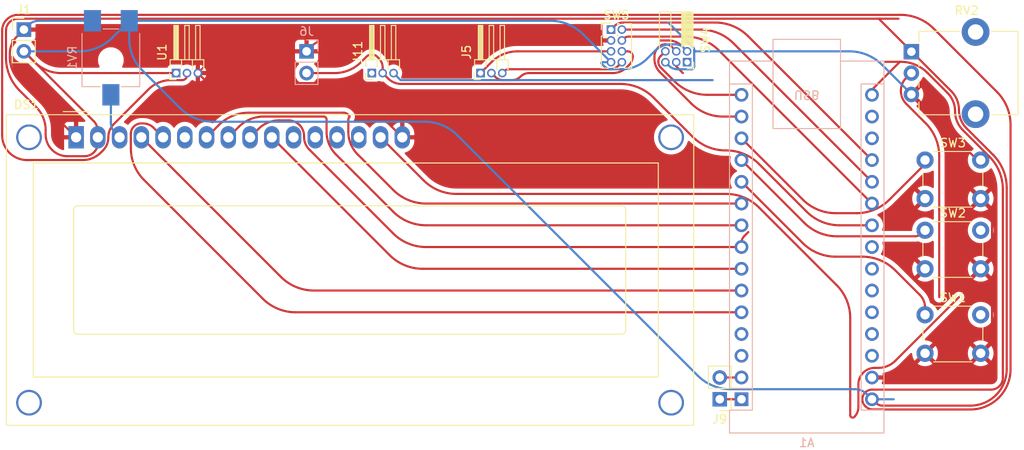
<source format=kicad_pcb>
(kicad_pcb (version 20221018) (generator pcbnew)
  (layers (0 "F.Cu" signal) (31 "B.Cu" signal) (34 "B.Paste" user) (35 "F.Paste" user) (36 "B.SilkS" user "B.Silkscreen") (37 "F.SilkS" user "F.Silkscreen") (38 "B.Mask" user) (39 "F.Mask" user) (44 "Edge.Cuts" user))
  (net 0 "")
  (net 1 "Net-(A1-D1{slash}TX)")
  (net 2 "Net-(A1-D0{slash}RX)")
  (net 5 "Net-(A1-D2)")
  (net 6 "Net-(A1-D3)")
  (net 7 "Net-(A1-D4)")
  (net 8 "Net-(A1-D5)")
  (net 9 "Net-(A1-D6)")
  (net 10 "Net-(A1-D7)")
  (net 11 "Net-(A1-D8)")
  (net 12 "Net-(A1-D9)")
  (net 13 "Net-(A1-D10)")
  (net 14 "Net-(A1-D11)")
  (net 15 "Net-(A1-D13)")
  (net 17 "Net-(A1-A0)")
  (net 18 "Net-(A1-A1)")
  (net 25 "Net-(DS1-VO)")
  (net 30 "Net-(DS1-LED(+))")
  (net 31 "-5V")
  (net 32 "GND")
  (net 34 "Net-(J5-Pin_1)")
  (net 35 "Net-(J5-Pin_2)")
  (net 36 "Net-(J5-Pin_3)")
  (net 37 "Net-(J11-Pin_1)")
  (net 38 "Net-(J11-Pin_3)")
  (net 39 "Net-(A1-A3)")
  (net 40 "Net-(A1-A2)")
  (net 42 "Net-(A1-D12)")
  (footprint "Connector_PinHeader_1.27mm:PinHeader_2x04_P1.27mm_Vertical" (layer "F.Cu") (at 180.34 66.04)
    (fp_text reference "SW5" (at 0.635 -1.695) (layer "F.SilkS"))
    (fp_text value "headlights")
    (pad "1" thru_hole rect (at 0 0) (size 1 1) (drill 0.65) (layers "*.Cu" "*.Mask") (net 17 "Net-(A1-A0)"))
    (pad "2" thru_hole oval (at 1.27 0) (size 1 1) (drill 0.65) (layers "*.Cu" "*.Mask") (net 18 "Net-(A1-A1)"))
    (pad "3" thru_hole oval (at 0 1.27) (size 1 1) (drill 0.65) (layers "*.Cu" "*.Mask") (net 32 "GND"))
    (pad "4" thru_hole oval (at 1.27 1.27) (size 1 1) (drill 0.65) (layers "*.Cu" "*.Mask") (net 40 "Net-(A1-A2)"))
    (pad "5" thru_hole oval (at 0 2.54) (size 1 1) (drill 0.65) (layers "*.Cu" "*.Mask") (net 34 "Net-(J5-Pin_1)"))
    (pad "6" thru_hole oval (at 1.27 2.54) (size 1 1) (drill 0.65) (layers "*.Cu" "*.Mask") (net 35 "Net-(J5-Pin_2)"))
    (pad "7" thru_hole oval (at 0 3.81) (size 1 1) (drill 0.65) (layers "*.Cu" "*.Mask") (net 31 "-5V"))
    (pad "8" thru_hole oval (at 1.27 3.81) (size 1 1) (drill 0.65) (layers "*.Cu" "*.Mask") (net 36 "Net-(J5-Pin_3)"))
  )
  (footprint "Button_Switch_THT:SW_PUSH_6mm_H4.3mm" (layer "F.Cu") (at 217.02 81.28)
    (fp_text reference "SW3" (at 3.25 -2) (layer "F.SilkS"))
    (fp_text value "Enter")
    (pad "1" thru_hole circle (at 0 0 90) (size 2 2) (drill 1.1) (layers "*.Cu" "*.Mask") (net 13 "Net-(A1-D10)"))
    (pad "1" thru_hole circle (at 6.5 0 90) (size 2 2) (drill 1.1) (layers "*.Cu" "*.Mask") (net 13 "Net-(A1-D10)"))
    (pad "2" thru_hole circle (at 0 4.5 90) (size 2 2) (drill 1.1) (layers "*.Cu" "*.Mask") (net 32 "GND"))
    (pad "2" thru_hole circle (at 6.5 4.5 90) (size 2 2) (drill 1.1) (layers "*.Cu" "*.Mask") (net 32 "GND"))
  )
  (footprint "Connector_PinHeader_1.27mm:PinHeader_1x03_P1.27mm_Horizontal" (layer "F.Cu") (at 129.54 71.12 90)
    (fp_text reference "U1" (at 2.4325 -1.635 90) (layer "F.SilkS"))
    (fp_text value "SM351LT")
    (pad "1" thru_hole rect (at 0 0 90) (size 1 1) (drill 0.65) (layers "*.Cu" "*.Mask") (net 31 "-5V"))
    (pad "2" thru_hole oval (at 0 1.27 90) (size 1 1) (drill 0.65) (layers "*.Cu" "*.Mask") (net 15 "Net-(A1-D13)"))
    (pad "3" thru_hole oval (at 0 2.54 90) (size 1 1) (drill 0.65) (layers "*.Cu" "*.Mask") (net 32 "GND"))
  )
  (footprint "Potentiometer_THT:Potentiometer_Alpha_RD901F-40-00D_Single_Vertical_CircularHoles" (layer "F.Cu") (at 215.425 68.62)
    (fp_text reference "RV2" (at 6.45 -4.8 180) (layer "F.SilkS"))
    (fp_text value "brightness")
    (pad "" thru_hole circle (at 7.5 -2.3 90) (size 3.24 3.24) (drill 1.8) (layers "*.Cu" "*.Mask"))
    (pad "" thru_hole circle (at 7.5 7.3 90) (size 3.24 3.24) (drill 1.8) (layers "*.Cu" "*.Mask"))
    (pad "1" thru_hole rect (at 0 0 90) (size 1.8 1.8) (drill 1) (layers "*.Cu" "*.Mask") (net 31 "-5V"))
    (pad "2" thru_hole circle (at 0 2.5 90) (size 1.8 1.8) (drill 1) (layers "*.Cu" "*.Mask") (net 30 "Net-(DS1-LED(+))"))
    (pad "3" thru_hole circle (at 0 5 90) (size 1.8 1.8) (drill 1) (layers "*.Cu" "*.Mask") (net 32 "GND"))
  )
  (footprint "Display:WC1602A" (layer "F.Cu") (at 117.86 78.6225)
    (fp_text reference "DS1" (at -5.82 -3.81) (layer "F.SilkS"))
    (fp_text value "WC1602A")
    (pad "" thru_hole circle (at -5.4991 0) (size 3 3) (drill 2.5) (layers "*.Cu" "*.Mask"))
    (pad "" thru_hole circle (at -5.4991 31.0007) (size 3 3) (drill 2.5) (layers "*.Cu" "*.Mask"))
    (pad "" thru_hole circle (at 69.49948 31.0007) (size 3 3) (drill 2.5) (layers "*.Cu" "*.Mask"))
    (pad "" thru_hole circle (at 69.5 0) (size 3 3) (drill 2.5) (layers "*.Cu" "*.Mask"))
    (pad "1" thru_hole rect (at 0 0) (size 1.8 2.6) (drill 1.2) (layers "*.Cu" "*.Mask") (net 32 "GND"))
    (pad "2" thru_hole oval (at 2.54 0) (size 1.8 2.6) (drill 1.2) (layers "*.Cu" "*.Mask") (net 31 "-5V"))
    (pad "3" thru_hole oval (at 5.08 0) (size 1.8 2.6) (drill 1.2) (layers "*.Cu" "*.Mask") (net 25 "Net-(DS1-VO)"))
    (pad "4" thru_hole oval (at 7.62 0) (size 1.8 2.6) (drill 1.2) (layers "*.Cu" "*.Mask") (net 6 "Net-(A1-D3)"))
    (pad "5" thru_hole oval (at 10.16 0) (size 1.8 2.6) (drill 1.2) (layers "*.Cu" "*.Mask") (net 5 "Net-(A1-D2)"))
    (pad "6" thru_hole oval (at 12.7 0) (size 1.8 2.6) (drill 1.2) (layers "*.Cu" "*.Mask"))
    (pad "7" thru_hole oval (at 15.24 0) (size 1.8 2.6) (drill 1.2) (layers "*.Cu" "*.Mask") (net 10 "Net-(A1-D7)"))
    (pad "8" thru_hole oval (at 17.78 0) (size 1.8 2.6) (drill 1.2) (layers "*.Cu" "*.Mask") (net 9 "Net-(A1-D6)"))
    (pad "9" thru_hole oval (at 20.32 0) (size 1.8 2.6) (drill 1.2) (layers "*.Cu" "*.Mask") (net 8 "Net-(A1-D5)"))
    (pad "10" thru_hole oval (at 22.86 0) (size 1.8 2.6) (drill 1.2) (layers "*.Cu" "*.Mask") (net 7 "Net-(A1-D4)"))
    (pad "11" thru_hole oval (at 25.4 0) (size 1.8 2.6) (drill 1.2) (layers "*.Cu" "*.Mask"))
    (pad "12" thru_hole oval (at 27.94 0) (size 1.8 2.6) (drill 1.2) (layers "*.Cu" "*.Mask"))
    (pad "13" thru_hole oval (at 30.48 0) (size 1.8 2.6) (drill 1.2) (layers "*.Cu" "*.Mask"))
    (pad "14" thru_hole oval (at 33.02 0) (size 1.8 2.6) (drill 1.2) (layers "*.Cu" "*.Mask"))
    (pad "15" thru_hole oval (at 35.56 0) (size 1.8 2.6) (drill 1.2) (layers "*.Cu" "*.Mask") (net 30 "Net-(DS1-LED(+))"))
    (pad "16" thru_hole oval (at 38.1 0) (size 1.8 2.6) (drill 1.2) (layers "*.Cu" "*.Mask") (net 32 "GND"))
  )
  (footprint "Connector_PinHeader_2.54mm:PinHeader_1x02_P2.54mm_Vertical" (layer "F.Cu") (at 193.04 109.22 180)
    (fp_text reference "J9" (at 0 -2.33) (layer "F.SilkS"))
    (fp_text value "serial")
    (pad "1" thru_hole rect (at 0 0 180) (size 1.7 1.7) (drill 1) (layers "*.Cu" "*.Mask") (net 1 "Net-(A1-D1{slash}TX)"))
    (pad "2" thru_hole oval (at 0 2.54 180) (size 1.7 1.7) (drill 1) (layers "*.Cu" "*.Mask") (net 2 "Net-(A1-D0{slash}RX)"))
  )
  (footprint "Connector_PinHeader_1.27mm:PinHeader_1x03_P1.27mm_Horizontal" (layer "F.Cu") (at 165.1 71.12 90)
    (fp_text reference "J5" (at 2.4325 -1.635 90) (layer "F.SilkS"))
    (fp_text value "headlight")
    (pad "1" thru_hole rect (at 0 0 90) (size 1 1) (drill 0.65) (layers "*.Cu" "*.Mask") (net 34 "Net-(J5-Pin_1)"))
    (pad "2" thru_hole oval (at 0 1.27 90) (size 1 1) (drill 0.65) (layers "*.Cu" "*.Mask") (net 35 "Net-(J5-Pin_2)"))
    (pad "3" thru_hole oval (at 0 2.54 90) (size 1 1) (drill 0.65) (layers "*.Cu" "*.Mask") (net 36 "Net-(J5-Pin_3)"))
  )
  (footprint "Button_Switch_THT:SW_PUSH_6mm_H4.3mm" (layer "F.Cu") (at 217.02 89.48)
    (fp_text reference "SW2" (at 3.25 -2) (layer "F.SilkS"))
    (fp_text value "Down / -")
    (pad "1" thru_hole circle (at 0 0 90) (size 2 2) (drill 1.1) (layers "*.Cu" "*.Mask") (net 12 "Net-(A1-D9)"))
    (pad "1" thru_hole circle (at 6.5 0 90) (size 2 2) (drill 1.1) (layers "*.Cu" "*.Mask") (net 12 "Net-(A1-D9)"))
    (pad "2" thru_hole circle (at 0 4.5 90) (size 2 2) (drill 1.1) (layers "*.Cu" "*.Mask") (net 32 "GND"))
    (pad "2" thru_hole circle (at 6.5 4.5 90) (size 2 2) (drill 1.1) (layers "*.Cu" "*.Mask") (net 32 "GND"))
  )
  (footprint "Connector_PinHeader_1.27mm:PinHeader_1x03_P1.27mm_Horizontal" (layer "F.Cu") (at 152.4 71.12 90)
    (fp_text reference "J11" (at 2.4325 -1.635 90) (layer "F.SilkS"))
    (fp_text value "misclights")
    (pad "1" thru_hole rect (at 0 0 90) (size 1 1) (drill 0.65) (layers "*.Cu" "*.Mask") (net 37 "Net-(J11-Pin_1)"))
    (pad "2" thru_hole oval (at 0 1.27 90) (size 1 1) (drill 0.65) (layers "*.Cu" "*.Mask") (net 39 "Net-(A1-A3)"))
    (pad "3" thru_hole oval (at 0 2.54 90) (size 1 1) (drill 0.65) (layers "*.Cu" "*.Mask") (net 38 "Net-(J11-Pin_3)"))
  )
  (footprint "Button_Switch_THT:SW_PUSH_6mm_H4.3mm" (layer "F.Cu") (at 217.02 99.35)
    (fp_text reference "SW1" (at 3.25 -2) (layer "F.SilkS"))
    (fp_text value "Up / +")
    (pad "1" thru_hole circle (at 0 0 90) (size 2 2) (drill 1.1) (layers "*.Cu" "*.Mask") (net 11 "Net-(A1-D8)"))
    (pad "1" thru_hole circle (at 6.5 0 90) (size 2 2) (drill 1.1) (layers "*.Cu" "*.Mask") (net 11 "Net-(A1-D8)"))
    (pad "2" thru_hole circle (at 0 4.5 90) (size 2 2) (drill 1.1) (layers "*.Cu" "*.Mask") (net 32 "GND"))
    (pad "2" thru_hole circle (at 6.5 4.5 90) (size 2 2) (drill 1.1) (layers "*.Cu" "*.Mask") (net 32 "GND"))
  )
  (footprint "Connector_PinSocket_1.27mm:PinSocket_2x03_P1.27mm_Horizontal" (layer "F.Cu") (at 189.23 69.85 -90)
    (fp_text reference "SW4" (at -2.5925 -2.135 90) (layer "F.SilkS"))
    (fp_text value "turn signals")
    (pad "1" thru_hole rect (at 0 0 270) (size 1 1) (drill 0.65) (layers "*.Cu" "*.Mask") (net 37 "Net-(J11-Pin_1)"))
    (pad "2" thru_hole oval (at -1.27 0 270) (size 1 1) (drill 0.65) (layers "*.Cu" "*.Mask") (net 31 "-5V"))
    (pad "3" thru_hole oval (at 0 1.27 270) (size 1 1) (drill 0.65) (layers "*.Cu" "*.Mask") (net 38 "Net-(J11-Pin_3)"))
    (pad "4" thru_hole oval (at -1.27 1.27 270) (size 1 1) (drill 0.65) (layers "*.Cu" "*.Mask") (net 14 "Net-(A1-D11)"))
    (pad "5" thru_hole oval (at 0 2.54 270) (size 1 1) (drill 0.65) (layers "*.Cu" "*.Mask") (net 32 "GND"))
    (pad "6" thru_hole oval (at -1.27 2.54 270) (size 1 1) (drill 0.65) (layers "*.Cu" "*.Mask") (net 42 "Net-(A1-D12)"))
  )
  (footprint "Connector_PinHeader_2.54mm:PinHeader_1x02_P2.54mm_Vertical" (layer "F.Cu") (at 111.76 66.04)
    (fp_text reference "J1" (at 0 -2.33) (layer "F.SilkS"))
    (fp_text value "5vin")
    (pad "1" thru_hole rect (at 0 0) (size 1.7 1.7) (drill 1) (layers "*.Cu" "*.Mask") (net 32 "GND"))
    (pad "2" thru_hole oval (at 0 2.54) (size 1.7 1.7) (drill 1) (layers "*.Cu" "*.Mask") (net 31 "-5V"))
  )
  (footprint "Potentiometer_SMD:Potentiometer_ACP_CA6-VSMD_Vertical_Hole" (layer "B.Cu") (at 121.92 69.335 -90)
    (fp_text reference "RV1" (at 0 4.5 90) (layer "B.SilkS") (effects (justify mirror)))
    (fp_text value "contrast")
    (pad "" np_thru_hole circle (at 0.275 0 270) (size 2.5 2.5) (drill 2.5) (layers "*.Cu" "*.Mask"))
    (pad "1" smd rect (at -4.325 -2.15 270) (size 2.5 2) (layers "B.Cu" "B.Paste" "B.Mask") (net 31 "-5V"))
    (pad "2" smd rect (at 4.325 0 270) (size 2.5 2) (layers "B.Cu" "B.Paste" "B.Mask") (net 25 "Net-(DS1-VO)"))
    (pad "3" smd rect (at -4.325 2.15 270) (size 2.5 2) (layers "B.Cu" "B.Paste" "B.Mask") (net 32 "GND"))
  )
  (footprint "Connector_PinHeader_2.54mm:PinHeader_1x02_P2.54mm_Vertical" (layer "B.Cu") (at 144.78 68.58 180)
    (fp_text reference "J6" (at 0 2.33) (layer "B.SilkS") (effects (justify mirror)))
    (fp_text value "brakesw")
    (pad "1" thru_hole rect (at 0 0 180) (size 1.7 1.7) (drill 1) (layers "*.Cu" "*.Mask") (net 32 "GND"))
    (pad "2" thru_hole oval (at 0 -2.54 180) (size 1.7 1.7) (drill 1) (layers "*.Cu" "*.Mask") (net 39 "Net-(A1-A3)"))
  )
  (footprint "Module:Arduino_Nano" (layer "B.Cu") (at 195.58 109.22)
    (fp_text reference "A1" (at 7.62 5.08) (layer "B.SilkS") (effects (justify mirror)))
    (fp_text value "Arduino_Nano")
    (fp_text user "USB" (at 7.62 -35.56 180 unlocked) (layer "B.SilkS") (effects (justify mirror)))
    (pad "1" thru_hole rect (at 0 0) (size 1.6 1.6) (drill 1) (layers "*.Cu" "*.Mask") (net 1 "Net-(A1-D1{slash}TX)"))
    (pad "2" thru_hole oval (at 0 -2.54) (size 1.6 1.6) (drill 1) (layers "*.Cu" "*.Mask") (net 2 "Net-(A1-D0{slash}RX)"))
    (pad "3" thru_hole oval (at 0 -5.08) (size 1.6 1.6) (drill 1) (layers "*.Cu" "*.Mask"))
    (pad "4" thru_hole oval (at 0 -7.62) (size 1.6 1.6) (drill 1) (layers "*.Cu" "*.Mask"))
    (pad "5" thru_hole oval (at 0 -10.16) (size 1.6 1.6) (drill 1) (layers "*.Cu" "*.Mask") (net 5 "Net-(A1-D2)"))
    (pad "6" thru_hole oval (at 0 -12.7) (size 1.6 1.6) (drill 1) (layers "*.Cu" "*.Mask") (net 6 "Net-(A1-D3)"))
    (pad "7" thru_hole oval (at 0 -15.24) (size 1.6 1.6) (drill 1) (layers "*.Cu" "*.Mask") (net 7 "Net-(A1-D4)"))
    (pad "8" thru_hole oval (at 0 -17.78) (size 1.6 1.6) (drill 1) (layers "*.Cu" "*.Mask") (net 8 "Net-(A1-D5)"))
    (pad "9" thru_hole oval (at 0 -20.32) (size 1.6 1.6) (drill 1) (layers "*.Cu" "*.Mask") (net 9 "Net-(A1-D6)"))
    (pad "10" thru_hole oval (at 0 -22.86) (size 1.6 1.6) (drill 1) (layers "*.Cu" "*.Mask") (net 10 "Net-(A1-D7)"))
    (pad "11" thru_hole oval (at 0 -25.4) (size 1.6 1.6) (drill 1) (layers "*.Cu" "*.Mask") (net 11 "Net-(A1-D8)"))
    (pad "12" thru_hole oval (at 0 -27.94) (size 1.6 1.6) (drill 1) (layers "*.Cu" "*.Mask") (net 12 "Net-(A1-D9)"))
    (pad "13" thru_hole oval (at 0 -30.48) (size 1.6 1.6) (drill 1) (layers "*.Cu" "*.Mask") (net 13 "Net-(A1-D10)"))
    (pad "14" thru_hole oval (at 0 -33.02) (size 1.6 1.6) (drill 1) (layers "*.Cu" "*.Mask") (net 14 "Net-(A1-D11)"))
    (pad "15" thru_hole oval (at 0 -35.56) (size 1.6 1.6) (drill 1) (layers "*.Cu" "*.Mask") (net 42 "Net-(A1-D12)"))
    (pad "16" thru_hole oval (at 15.24 -35.56) (size 1.6 1.6) (drill 1) (layers "*.Cu" "*.Mask") (net 15 "Net-(A1-D13)"))
    (pad "17" thru_hole oval (at 15.24 -33.02) (size 1.6 1.6) (drill 1) (layers "*.Cu" "*.Mask"))
    (pad "18" thru_hole oval (at 15.24 -30.48) (size 1.6 1.6) (drill 1) (layers "*.Cu" "*.Mask"))
    (pad "19" thru_hole oval (at 15.24 -27.94) (size 1.6 1.6) (drill 1) (layers "*.Cu" "*.Mask") (net 17 "Net-(A1-A0)"))
    (pad "20" thru_hole oval (at 15.24 -25.4) (size 1.6 1.6) (drill 1) (layers "*.Cu" "*.Mask") (net 18 "Net-(A1-A1)"))
    (pad "21" thru_hole oval (at 15.24 -22.86) (size 1.6 1.6) (drill 1) (layers "*.Cu" "*.Mask") (net 40 "Net-(A1-A2)"))
    (pad "22" thru_hole oval (at 15.24 -20.32) (size 1.6 1.6) (drill 1) (layers "*.Cu" "*.Mask") (net 39 "Net-(A1-A3)"))
    (pad "23" thru_hole oval (at 15.24 -17.78) (size 1.6 1.6) (drill 1) (layers "*.Cu" "*.Mask"))
    (pad "24" thru_hole oval (at 15.24 -15.24) (size 1.6 1.6) (drill 1) (layers "*.Cu" "*.Mask"))
    (pad "25" thru_hole oval (at 15.24 -12.7) (size 1.6 1.6) (drill 1) (layers "*.Cu" "*.Mask"))
    (pad "26" thru_hole oval (at 15.24 -10.16) (size 1.6 1.6) (drill 1) (layers "*.Cu" "*.Mask"))
    (pad "27" thru_hole oval (at 15.24 -7.62) (size 1.6 1.6) (drill 1) (layers "*.Cu" "*.Mask"))
    (pad "28" thru_hole oval (at 15.24 -5.08) (size 1.6 1.6) (drill 1) (layers "*.Cu" "*.Mask"))
    (pad "29" thru_hole oval (at 15.24 -2.54) (size 1.6 1.6) (drill 1) (layers "*.Cu" "*.Mask") (net 32 "GND"))
    (pad "30" thru_hole oval (at 15.24 0) (size 1.6 1.6) (drill 1) (layers "*.Cu" "*.Mask") (net 31 "-5V"))
  )
  (segment (start 193.04 109.22) (end 195.58 109.22) (width 0.25) (layer "F.Cu") (net 1))
  (segment (start 193.04 106.68) (end 195.58 106.68) (width 0.25) (layer "F.Cu") (net 2))
  (segment (start 143.500795 99.06) (end 195.58 99.06) (width 0.25) (layer "F.Cu") (net 5))
  (segment (start 124.255 79.8925) (end 124.255 78.22199) (width 0.25) (layer "F.Cu") (net 5))
  (segment (start 125.684666 77.00243) (end 125.47456 77.00243) (width 0.25) (layer "F.Cu") (net 5))
  (segment (start 125.793429 83.606597) (end 139.653039 97.466207) (width 0.25) (layer "F.Cu") (net 5))
  (segment (start 126.905698 77.508198) (end 128.02 78.6225) (width 0.25) (layer "F.Cu") (net 5))
  (arc (start 124.255 79.8925) (mid 124.654824 81.902554) (end 125.793429 83.606597) (width 0.25) (layer "F.Cu") (net 5))
  (arc (start 139.653039 97.466207) (mid 141.418404 98.645786) (end 143.500795 99.06) (width 0.25) (layer "F.Cu") (net 5))
  (arc (start 125.47456 77.00243) (mid 125.007854 77.095263) (end 124.612201 77.359631) (width 0.25) (layer "F.Cu") (net 5))
  (arc (start 126.905698 77.508198) (mid 126.345483 77.133874) (end 125.684666 77.00243) (width 0.25) (layer "F.Cu") (net 5))
  (arc (start 124.612201 77.359631) (mid 124.347833 77.755284) (end 124.255 78.22199) (width 0.25) (layer "F.Cu") (net 5))
  (segment (start 145.631463 96.52) (end 195.58 96.52) (width 0.25) (layer "F.Cu") (net 6))
  (segment (start 141.783707 94.926207) (end 125.48 78.6225) (width 0.25) (layer "F.Cu") (net 6))
  (arc (start 141.783707 94.926207) (mid 143.549072 96.105786) (end 145.631463 96.52) (width 0.25) (layer "F.Cu") (net 6))
  (segment (start 154.483707 92.386207) (end 140.72 78.6225) (width 0.25) (layer "F.Cu") (net 7))
  (segment (start 158.331463 93.98) (end 195.58 93.98) (width 0.25) (layer "F.Cu") (net 7))
  (arc (start 154.483707 92.386207) (mid 156.249072 93.565786) (end 158.331463 93.98) (width 0.25) (layer "F.Cu") (net 7))
  (segment (start 195.58 90.961939) (end 195.58 91.44) (width 0.25) (layer "F.Cu") (net 8))
  (segment (start 145.093584 80.046752) (end 154.893039 89.846207) (width 0.25) (layer "F.Cu") (net 8))
  (segment (start 144.485 78.5775) (end 144.485 78.471196) (width 0.25) (layer "F.Cu") (net 8))
  (segment (start 141.547268 76.65) (end 142.663803 76.65) (width 0.25) (layer "F.Cu") (net 8))
  (segment (start 158.740795 91.44) (end 195.58 91.44) (width 0.25) (layer "F.Cu") (net 8))
  (segment (start 195.91804 90.145837) (end 196.371939 89.691939) (width 0.25) (layer "F.Cu") (net 8))
  (segment (start 139.16625 77.63625) (end 138.18 78.6225) (width 0.25) (layer "F.Cu") (net 8))
  (arc (start 143.951584 77.183416) (mid 143.360745 76.78863) (end 142.663803 76.65) (width 0.25) (layer "F.Cu") (net 8))
  (arc (start 144.485 78.5775) (mid 144.643165 79.372653) (end 145.093584 80.046752) (width 0.25) (layer "F.Cu") (net 8))
  (arc (start 143.951584 77.183416) (mid 144.346369 77.774254) (end 144.485 78.471196) (width 0.25) (layer "F.Cu") (net 8))
  (arc (start 195.91804 90.145837) (mid 195.667853 90.520268) (end 195.58 90.961939) (width 0.25) (layer "F.Cu") (net 8))
  (arc (start 141.547268 76.65) (mid 140.25867 76.906318) (end 139.16625 77.63625) (width 0.25) (layer "F.Cu") (net 8))
  (arc (start 154.893039 89.846207) (mid 156.658404 91.025786) (end 158.740795 91.44) (width 0.25) (layer "F.Cu") (net 8))
  (segment (start 136.85125 77.41125) (end 135.64 78.6225) (width 0.25) (layer "F.Cu") (net 9))
  (segment (start 148.219206 80.632374) (end 154.893039 87.306207) (width 0.25) (layer "F.Cu") (net 9))
  (segment (start 147.115 76.549956) (end 147.115 77.966584) (width 0.25) (layer "F.Cu") (net 9))
  (segment (start 146.765043 76.2) (end 139.775466 76.2) (width 0.25) (layer "F.Cu") (net 9))
  (segment (start 158.740795 88.9) (end 195.58 88.9) (width 0.25) (layer "F.Cu") (net 9))
  (arc (start 139.775466 76.2) (mid 138.192891 76.514793) (end 136.85125 77.41125) (width 0.25) (layer "F.Cu") (net 9))
  (arc (start 154.893039 87.306207) (mid 156.658404 88.485786) (end 158.740795 88.9) (width 0.25) (layer "F.Cu") (net 9))
  (arc (start 147.0125 76.3025) (mid 146.898965 76.226638) (end 146.765043 76.2) (width 0.25) (layer "F.Cu") (net 9))
  (arc (start 147.0125 76.3025) (mid 147.088361 76.416033) (end 147.115 76.549956) (width 0.25) (layer "F.Cu") (net 9))
  (arc (start 147.115 77.966584) (mid 147.401973 79.409299) (end 148.219206 80.632374) (width 0.25) (layer "F.Cu") (net 9))
  (segment (start 149.655 76.549956) (end 149.655 77.966584) (width 0.25) (layer "F.Cu") (net 10))
  (segment (start 149.7575 76.0975) (end 149.635 75.975) (width 0.25) (layer "F.Cu") (net 10))
  (segment (start 138.003664 75.75) (end 149.091801 75.75) (width 0.25) (layer "F.Cu") (net 10))
  (segment (start 134.53625 77.18625) (end 133.1 78.6225) (width 0.25) (layer "F.Cu") (net 10))
  (segment (start 150.759206 80.632374) (end 154.893039 84.766207) (width 0.25) (layer "F.Cu") (net 10))
  (segment (start 158.740795 86.36) (end 195.58 86.36) (width 0.25) (layer "F.Cu") (net 10))
  (arc (start 138.003664 75.75) (mid 136.127113 76.123269) (end 134.53625 77.18625) (width 0.25) (layer "F.Cu") (net 10))
  (arc (start 154.893039 84.766207) (mid 156.658404 85.945786) (end 158.740795 86.36) (width 0.25) (layer "F.Cu") (net 10))
  (arc (start 149.655 77.966584) (mid 149.941973 79.409299) (end 150.759206 80.632374) (width 0.25) (layer "F.Cu") (net 10))
  (arc (start 149.7575 76.0975) (mid 149.799956 76.2) (end 149.7575 76.3025) (width 0.25) (layer "F.Cu") (net 10))
  (arc (start 149.635 75.975) (mid 149.385778 75.808475) (end 149.091801 75.75) (width 0.25) (layer "F.Cu") (net 10))
  (arc (start 149.7575 76.3025) (mid 149.681638 76.416033) (end 149.655 76.549956) (width 0.25) (layer "F.Cu") (net 10))
  (segment (start 209.691036 92.565) (end 206.578963 92.565) (width 0.25) (layer "F.Cu") (net 11))
  (segment (start 213.538792 94.158792) (end 216.415423 97.035423) (width 0.25) (layer "F.Cu") (net 11))
  (segment (start 202.731207 90.971207) (end 195.58 83.82) (width 0.25) (layer "F.Cu") (net 11))
  (segment (start 217.02 98.495) (end 217.02 99.35) (width 0.25) (layer "F.Cu") (net 11))
  (arc (start 202.731207 90.971207) (mid 204.496572 92.150786) (end 206.578963 92.565) (width 0.25) (layer "F.Cu") (net 11))
  (arc (start 213.538792 94.158792) (mid 211.773426 92.979213) (end 209.691036 92.565) (width 0.25) (layer "F.Cu") (net 11))
  (arc (start 216.415423 97.035423) (mid 216.862875 97.705082) (end 217.02 98.495) (width 0.25) (layer "F.Cu") (net 11))
  (segment (start 202.893314 88.593314) (end 195.58 81.28) (width 0.25) (layer "F.Cu") (net 12))
  (segment (start 216.666446 89.833553) (end 217.02 89.48) (width 0.25) (layer "F.Cu") (net 12))
  (segment (start 206.74107 90.187107) (end 215.812892 90.187107) (width 0.25) (layer "F.Cu") (net 12))
  (arc (start 202.893314 88.593314) (mid 204.658679 89.772893) (end 206.74107 90.187107) (width 0.25) (layer "F.Cu") (net 12))
  (arc (start 216.666446 89.833553) (mid 216.274832 90.095221) (end 215.812892 90.187107) (width 0.25) (layer "F.Cu") (net 12))
  (segment (start 216.855994 81.907883) (end 212.87267 85.891207) (width 0.25) (layer "F.Cu") (net 13))
  (segment (start 209.024914 87.485) (end 206.578963 87.485) (width 0.25) (layer "F.Cu") (net 13))
  (segment (start 202.731207 85.891207) (end 195.58 78.74) (width 0.25) (layer "F.Cu") (net 13))
  (segment (start 217.02 81.511939) (end 217.02 81.28) (width 0.25) (layer "F.Cu") (net 13))
  (arc (start 217.02 81.511939) (mid 216.977376 81.726222) (end 216.855994 81.907883) (width 0.25) (layer "F.Cu") (net 13))
  (arc (start 212.87267 85.891207) (mid 211.107304 87.070786) (end 209.024914 87.485) (width 0.25) (layer "F.Cu") (net 13))
  (arc (start 202.731207 85.891207) (mid 204.496572 87.070786) (end 206.578963 87.485) (width 0.25) (layer "F.Cu") (net 13))
  (segment (start 185.415 69.48066) (end 185.415 69.1683) (width 0.25) (layer "F.Cu") (net 14))
  (segment (start 187.458349 68.078349) (end 187.96 68.58) (width 0.25) (layer "F.Cu") (net 14))
  (segment (start 193.409339 76.2) (end 195.58 76.2) (width 0.25) (layer "F.Cu") (net 14))
  (segment (start 186.048327 71.009648) (end 189.70379 74.665111) (width 0.25) (layer "F.Cu") (net 14))
  (segment (start 185.827455 68.172544) (end 185.92165 68.078349) (width 0.25) (layer "F.Cu") (net 14))
  (arc (start 185.827455 68.172544) (mid 185.522193 68.6294) (end 185.415 69.1683) (width 0.25) (layer "F.Cu") (net 14))
  (arc (start 187.458349 68.078349) (mid 187.105827 67.842802) (end 186.69 67.760089) (width 0.25) (layer "F.Cu") (net 14))
  (arc (start 186.69 67.760089) (mid 186.274171 67.842802) (end 185.92165 68.078349) (width 0.25) (layer "F.Cu") (net 14))
  (arc (start 185.415 69.48066) (mid 185.579596 70.308142) (end 186.048327 71.009648) (width 0.25) (layer "F.Cu") (net 14))
  (arc (start 189.70379 74.665111) (mid 191.40391 75.801095) (end 193.409339 76.2) (width 0.25) (layer "F.Cu") (net 14))
  (segment (start 218.014527 65.913881) (end 225.414811 73.314165) (width 0.25) (layer "F.Cu") (net 15))
  (segment (start 219.62821 73.419606) (end 217.301812 71.093208) (width 0.25) (layer "F.Cu") (net 15))
  (segment (start 109.22 66.169764) (end 109.22 78.372631) (width 0.25) (layer "F.Cu") (net 15))
  (segment (start 210.019475 108.436646) (end 210.028061 108.428061) (width 0.25) (layer "F.Cu") (net 15))
  (segment (start 227.008604 77.161921) (end 227.008604 105.714696) (width 0.25) (layer "F.Cu") (net 15))
  (segment (start 214.166771 64.320089) (end 111.069675 64.320089) (width 0.25) (layer "F.Cu") (net 15))
  (segment (start 214.08 69.805) (end 210.225 73.66) (width 0.25) (layer "F.Cu") (net 15))
  (segment (start 130.246502 71.945) (end 128.938371 71.945) (width 0.25) (layer "F.Cu") (net 15))
  (segment (start 122.265403 77.076427) (end 126.306798 73.035033) (width 0.25) (layer "F.Cu") (net 15))
  (segment (start 214.191802 69.805) (end 212.37 69.805) (width 0.25) (layer "F.Cu") (net 15))
  (segment (start 120.749083 80.404083) (end 120.984596 80.168571) (width 0.25) (layer "F.Cu") (net 15))
  (segment (start 224.514811 80.856853) (end 221.431789 77.773831) (width 0.25) (layer "F.Cu") (net 15))
  (segment (start 224.732392 108.095) (end 210.832141 108.095) (width 0.25) (layer "F.Cu") (net 15))
  (segment (start 226.108604 106.718788) (end 226.108604 84.704609) (width 0.25) (layer "F.Cu") (net 15))
  (segment (start 118.634435 81.28) (end 112.127368 81.28) (width 0.25) (layer "F.Cu") (net 15))
  (segment (start 210.019475 110.003353) (end 210.063061 110.046939) (width 0.25) (layer "F.Cu") (net 15))
  (segment (start 130.81 71.381502) (end 130.81 71.12) (width 0.25) (layer "F.Cu") (net 15))
  (segment (start 222.3083 110.415) (end 210.951638 110.415) (width 0.25) (layer "F.Cu") (net 15))
  (arc (start 210.063061 110.046939) (mid 210.470743 110.319344) (end 210.951638 110.415) (width 0.25) (layer "F.Cu") (net 15))
  (arc (start 210.832141 108.095) (mid 210.396976 108.181559) (end 210.028061 108.428061) (width 0.25) (layer "F.Cu") (net 15))
  (arc (start 217.301812 71.093208) (mid 215.874927 70.139794) (end 214.191802 69.805) (width 0.25) (layer "F.Cu") (net 15))
  (arc (start 224.514811 80.856853) (mid 225.69439 82.622218) (end 226.108604 84.704609) (width 0.25) (layer "F.Cu") (net 15))
  (arc (start 209.695 109.22) (mid 209.779328 109.643947) (end 210.019475 110.003353) (width 0.25) (layer "F.Cu") (net 15))
  (arc (start 220.53 75.596719) (mid 220.764367 76.774963) (end 221.431789 77.773831) (width 0.25) (layer "F.Cu") (net 15))
  (arc (start 226.108604 106.718788) (mid 226.003846 107.245441) (end 225.705521 107.691917) (width 0.25) (layer "F.Cu") (net 15))
  (arc (start 109.22 78.372631) (mid 109.44131 79.485233) (end 110.071548 80.428451) (width 0.25) (layer "F.Cu") (net 15))
  (arc (start 110.071548 80.428451) (mid 111.014766 81.058689) (end 112.127368 81.28) (width 0.25) (layer "F.Cu") (net 15))
  (arc (start 227.008604 105.714696) (mid 226.650814 107.513424) (end 225.631917 109.038313) (width 0.25) (layer "F.Cu") (net 15))
  (arc (start 111.069675 64.320089) (mid 110.361835 64.460887) (end 109.761757 64.861846) (width 0.25) (layer "F.Cu") (net 15))
  (arc (start 120.749083 80.404083) (mid 119.778874 81.052356) (end 118.634435 81.28) (width 0.25) (layer "F.Cu") (net 15))
  (arc (start 130.644955 71.779955) (mid 130.462143 71.902106) (end 130.246502 71.945) (width 0.25) (layer "F.Cu") (net 15))
  (arc (start 122.265403 77.076427) (mid 121.791435 77.785771) (end 121.625 78.6225) (width 0.25) (layer "F.Cu") (net 15))
  (arc (start 219.62821 73.419606) (mid 220.295632 74.418474) (end 220.53 75.596719) (width 0.25) (layer "F.Cu") (net 15))
  (arc (start 218.014527 65.913881) (mid 216.249161 64.734302) (end 214.166771 64.320089) (width 0.25) (layer "F.Cu") (net 15))
  (arc (start 121.625 78.6225) (mid 121.458564 79.459227) (end 120.984596 80.168571) (width 0.25) (layer "F.Cu") (net 15))
  (arc (start 109.761757 64.861846) (mid 109.360798 65.461924) (end 109.22 66.169764) (width 0.25) (layer "F.Cu") (net 15))
  (arc (start 130.81 71.381502) (mid 130.767106 71.597143) (end 130.644955 71.779955) (width 0.25) (layer "F.Cu") (net 15))
  (arc (start 225.705521 107.691917) (mid 225.259045 107.990242) (end 224.732392 108.095) (width 0.25) (layer "F.Cu") (net 15))
  (arc (start 225.631917 109.038313) (mid 224.107028 110.05721) (end 222.3083 110.415) (width 0.25) (layer "F.Cu") (net 15))
  (arc (start 128.938371 71.945) (mid 127.514174 72.22829) (end 126.306798 73.035033) (width 0.25) (layer "F.Cu") (net 15))
  (arc (start 225.414811 73.314165) (mid 226.59439 75.07953) (end 227.008604 77.161921) (width 0.25) (layer "F.Cu") (net 15))
  (arc (start 210.019475 108.436646) (mid 209.779328 108.796051) (end 209.695 109.22) (width 0.25) (layer "F.Cu") (net 15))
  (segment (start 180.749955 65.630044) (end 180.34 66.04) (width 0.25) (layer "F.Cu") (net 17))
  (segment (start 196.353881 66.813881) (end 210.82 81.28) (width 0.25) (layer "F.Cu") (net 17))
  (segment (start 192.506125 65.220089) (end 181.739675 65.220089) (width 0.25) (layer "F.Cu") (net 17))
  (arc (start 196.353881 66.813881) (mid 194.588515 65.634302) (end 192.506125 65.220089) (width 0.25) (layer "F.Cu") (net 17))
  (arc (start 181.739675 65.220089) (mid 181.204042 65.326632) (end 180.749955 65.630044) (width 0.25) (layer "F.Cu") (net 17))
  (segment (start 194.633792 67.633792) (end 210.82 83.82) (width 0.25) (layer "F.Cu") (net 18))
  (segment (start 190.786036 66.04) (end 181.61 66.04) (width 0.25) (layer "F.Cu") (net 18))
  (arc (start 194.633792 67.633792) (mid 192.868426 66.454213) (end 190.786036 66.04) (width 0.25) (layer "F.Cu") (net 18))
  (segment (start 121.92 76.881251) (end 121.92 73.66) (width 0.25) (layer "B.Cu") (net 25))
  (segment (start 122.43 78.1125) (end 122.94 78.6225) (width 0.25) (layer "B.Cu") (net 25))
  (arc (start 121.92 76.881251) (mid 122.052544 77.547598) (end 122.43 78.1125) (width 0.25) (layer "B.Cu") (net 25))
  (segment (start 214.2 73.171205) (end 214.2 73.195334) (width 0.25) (layer "F.Cu") (net 30))
  (segment (start 217.081207 76.966875) (end 214.829561 74.715229) (width 0.25) (layer "F.Cu") (net 30))
  (segment (start 193.784914 85.235) (end 162.286463 85.235) (width 0.25) (layer "F.Cu") (net 30))
  (segment (start 158.438707 83.641207) (end 153.42 78.6225) (width 0.25) (layer "F.Cu") (net 30))
  (segment (start 211.156617 105.555) (end 211.541144 105.555) (width 0.25) (layer "F.Cu") (net 30))
  (segment (start 214.8125 71.6925) (end 215.425 71.08) (width 0.25) (layer "F.Cu") (net 30))
  (segment (start 208.28 99.730085) (end 208.28 111.083919) (width 0.25) (layer "F.Cu") (net 30))
  (segment (start 218.675 80.814631) (end 218.675 97.296166) (width 0.25) (layer "F.Cu") (net 30))
  (segment (start 209.236122 107.475495) (end 209.236122 110.127797) (width 0.25) (layer "F.Cu") (net 30))
  (segment (start 197.63267 86.828792) (end 206.686207 95.882329) (width 0.25) (layer "F.Cu") (net 30))
  (segment (start 213.555567 104.720598) (end 220.98 97.296166) (width 0.25) (layer "F.Cu") (net 30))
  (arc (start 214.2 73.195334) (mid 214.363617 74.017895) (end 214.829561 74.715229) (width 0.25) (layer "F.Cu") (net 30))
  (arc (start 214.8125 71.6925) (mid 214.359183 72.370935) (end 214.2 73.171205) (width 0.25) (layer "F.Cu") (net 30))
  (arc (start 158.438707 83.641207) (mid 160.204072 84.820786) (end 162.286463 85.235) (width 0.25) (layer "F.Cu") (net 30))
  (arc (start 206.686207 95.882329) (mid 207.865786 97.647694) (end 208.28 99.730085) (width 0.25) (layer "F.Cu") (net 30))
  (arc (start 217.081207 76.966875) (mid 218.260786 78.73224) (end 218.675 80.814631) (width 0.25) (layer "F.Cu") (net 30))
  (arc (start 213.555567 104.720598) (mid 212.631342 105.338145) (end 211.541144 105.555) (width 0.25) (layer "F.Cu") (net 30))
  (arc (start 211.156617 105.555) (mid 210.421675 105.701188) (end 209.798622 106.1175) (width 0.25) (layer "F.Cu") (net 30))
  (arc (start 197.63267 86.828792) (mid 195.867304 85.649213) (end 193.784914 85.235) (width 0.25) (layer "F.Cu") (net 30))
  (arc (start 209.236122 110.127797) (mid 209.111877 110.752414) (end 208.758061 111.281939) (width 0.25) (layer "F.Cu") (net 30))
  (arc (start 208.28 111.083919) (mid 208.452874 111.342644) (end 208.758061 111.281939) (width 0.25) (layer "F.Cu") (net 30))
  (arc (start 209.798622 106.1175) (mid 209.38231 106.740553) (end 209.236122 107.475495) (width 0.25) (layer "F.Cu") (net 30))
  (segment (start 114.3 77.769325) (end 114.3 78.284106) (width 0.25) (layer "F.Cu") (net 31))
  (segment (start 187.062126 67.310089) (end 186.053515 67.310089) (width 0.25) (layer "F.Cu") (net 31))
  (segment (start 212.091794 109.965) (end 222.3083 109.965) (width 0.25) (layer "F.Cu") (net 31))
  (segment (start 188.595044 67.945044) (end 189.23 68.58) (width 0.25) (layer "F.Cu") (net 31))
  (segment (start 120.4 77.974965) (end 120.4 77.92125) (width 0.25) (layer "F.Cu") (net 31))
  (segment (start 220.07821 73.23321) (end 211.615089 64.770089) (width 0.25) (layer "F.Cu") (net 31))
  (segment (start 113.190319 75.090319) (end 111.263792 73.163792) (width 0.25) (layer "F.Cu") (net 31))
  (segment (start 116.845893 80.83) (end 118.842384 80.83) (width 0.25) (layer "F.Cu") (net 31))
  (segment (start 113.03 69.85) (end 111.76 68.58) (width 0.25) (layer "F.Cu") (net 31))
  (segment (start 211.1925 109.5925) (end 210.82 109.22) (width 0.25) (layer "F.Cu") (net 31))
  (segment (start 116.096051 71.12) (end 129.54 71.12) (width 0.25) (layer "F.Cu") (net 31))
  (segment (start 221.881789 77.587435) (end 224.964811 80.670457) (width 0.25) (layer "F.Cu") (net 31))
  (segment (start 120.4 79.272384) (end 120.4 79.270035) (width 0.25) (layer "F.Cu") (net 31))
  (segment (start 226.558604 105.714696) (end 226.558604 84.518213) (width 0.25) (layer "F.Cu") (net 31))
  (segment (start 109.67 66.169764) (end 109.67 69.316036) (width 0.25) (layer "F.Cu") (net 31))
  (segment (start 111.069675 64.770089) (end 213.920089 64.770089) (width 0.25) (layer "F.Cu") (net 31))
  (segment (start 111.76 68.58) (end 119.904141 76.724141) (width 0.25) (layer "F.Cu") (net 31))
  (segment (start 120.4 77.974965) (end 120.4 79.270035) (width 0.25) (layer "F.Cu") (net 31))
  (arc (start 220.98 75.410323) (mid 221.214367 76.588567) (end 221.881789 77.587435) (width 0.25) (layer "F.Cu") (net 31))
  (arc (start 119.943785 80.373785) (mid 119.438458 80.711433) (end 118.842384 80.83) (width 0.25) (layer "F.Cu") (net 31))
  (arc (start 113.03 69.85) (mid 114.436716 70.789937) (end 116.096051 71.12) (width 0.25) (layer "F.Cu") (net 31))
  (arc (start 114.3 78.284106) (mid 114.493794 79.258377) (end 115.045675 80.084325) (width 0.25) (layer "F.Cu") (net 31))
  (arc (start 226.558604 105.714696) (mid 226.235068 107.341217) (end 225.313719 108.720115) (width 0.25) (layer "F.Cu") (net 31))
  (arc (start 111.069675 64.770089) (mid 110.534042 64.876632) (end 110.079955 65.180044) (width 0.25) (layer "F.Cu") (net 31))
  (arc (start 113.190319 75.090319) (mid 114.011603 76.319457) (end 114.3 77.769325) (width 0.25) (layer "F.Cu") (net 31))
  (arc (start 188.595044 67.945044) (mid 187.891735 67.475108) (end 187.062126 67.310089) (width 0.25) (layer "F.Cu") (net 31))
  (arc (start 115.045675 80.084325) (mid 115.871622 80.636205) (end 116.845893 80.83) (width 0.25) (layer "F.Cu") (net 31))
  (arc (start 225.313719 108.720115) (mid 223.934821 109.641464) (end 222.3083 109.965) (width 0.25) (layer "F.Cu") (net 31))
  (arc (start 220.07821 73.23321) (mid 220.745632 74.232078) (end 220.98 75.410323) (width 0.25) (layer "F.Cu") (net 31))
  (arc (start 119.904141 76.724141) (mid 120.27113 77.273379) (end 120.4 77.92125) (width 0.25) (layer "F.Cu") (net 31))
  (arc (start 109.67 69.316036) (mid 110.084213 71.398426) (end 111.263792 73.163792) (width 0.25) (layer "F.Cu") (net 31))
  (arc (start 120.4 79.272384) (mid 120.281433 79.868458) (end 119.943785 80.373785) (width 0.25) (layer "F.Cu") (net 31))
  (arc (start 211.1925 109.5925) (mid 211.605099 109.86819) (end 212.091794 109.965) (width 0.25) (layer "F.Cu") (net 31))
  (arc (start 224.964811 80.670457) (mid 226.14439 82.435822) (end 226.558604 84.518213) (width 0.25) (layer "F.Cu") (net 31))
  (arc (start 110.079955 65.180044) (mid 109.776543 65.634131) (end 109.67 66.169764) (width 0.25) (layer "F.Cu") (net 31))
  (segment (start 184.546375 69.453624) (end 185.472637 68.527362) (width 0.25) (layer "B.Cu") (net 31))
  (segment (start 179.219484 69.999484) (end 179.529783 70.309783) (width 0.25) (layer "B.Cu") (net 31))
  (segment (start 125.579672 70.789672) (end 129.99883 75.20883) (width 0.25) (layer "B.Cu") (net 31))
  (segment (start 177.093792 66.603792) (end 180.34 69.85) (width 0.25) (layer "B.Cu") (net 31))
  (segment (start 162.406795 78.396415) (end 190.461587 106.451207) (width 0.25) (layer "B.Cu") (net 31))
  (segment (start 124.07 67.145) (end 124.07 65.01) (width 0.25) (layer "B.Cu") (net 31))
  (segment (start 124.07 65.01) (end 122.093792 66.986207) (width 0.25) (layer "B.Cu") (net 31))
  (segment (start 158.559039 76.802623) (end 133.846586 76.802623) (width 0.25) (layer "B.Cu") (net 31))
  (segment (start 173.246036 65.01) (end 124.07 65.01) (width 0.25) (layer "B.Cu") (net 31))
  (segment (start 187.830324 67.760089) (end 187.325 67.760089) (width 0.25) (layer "B.Cu") (net 31))
  (segment (start 210.82 109.22) (end 213.36 109.22) (width 0.25) (layer "B.Cu") (net 31))
  (segment (start 188.820044 68.170044) (end 189.23 68.58) (width 0.25) (layer "B.Cu") (net 31))
  (segment (start 118.246036 68.58) (end 111.76 68.58) (width 0.25) (layer "B.Cu") (net 31))
  (segment (start 210.2325 108.6325) (end 210.82 109.22) (width 0.25) (layer "B.Cu") (net 31))
  (segment (start 180.399208 70.669911) (end 181.61 70.669911) (width 0.25) (layer "B.Cu") (net 31))
  (segment (start 179.339779 69.85) (end 180.34 69.85) (width 0.25) (layer "B.Cu") (net 31))
  (segment (start 208.814149 108.045) (end 194.309343 108.045) (width 0.25) (layer "B.Cu") (net 31))
  (arc (start 122.093792 66.986207) (mid 120.328426 68.165786) (end 118.246036 68.58) (width 0.25) (layer "B.Cu") (net 31))
  (arc (start 124.07 67.145) (mid 124.46235 69.117482) (end 125.579672 70.789672) (width 0.25) (layer "B.Cu") (net 31))
  (arc (start 177.093792 66.603792) (mid 175.328426 65.424213) (end 173.246036 65.01) (width 0.25) (layer "B.Cu") (net 31))
  (arc (start 179.219484 69.899828) (mid 179.198844 69.949656) (end 179.219484 69.999484) (width 0.25) (layer "B.Cu") (net 31))
  (arc (start 162.406795 78.396415) (mid 160.641429 77.216836) (end 158.559039 76.802623) (width 0.25) (layer "B.Cu") (net 31))
  (arc (start 210.2325 108.6325) (mid 209.581755 108.197686) (end 208.814149 108.045) (width 0.25) (layer "B.Cu") (net 31))
  (arc (start 179.339779 69.85) (mid 179.274675 69.862949) (end 179.219484 69.899828) (width 0.25) (layer "B.Cu") (net 31))
  (arc (start 190.461587 106.451207) (mid 192.226952 107.630786) (end 194.309343 108.045) (width 0.25) (layer "B.Cu") (net 31))
  (arc (start 184.546375 69.453624) (mid 183.199154 70.353808) (end 181.61 70.669911) (width 0.25) (layer "B.Cu") (net 31))
  (arc (start 129.99883 75.20883) (mid 131.764195 76.388409) (end 133.846586 76.802623) (width 0.25) (layer "B.Cu") (net 31))
  (arc (start 179.529783 70.309783) (mid 179.928678 70.576316) (end 180.399208 70.669911) (width 0.25) (layer "B.Cu") (net 31))
  (arc (start 187.325 67.760089) (mid 186.322508 67.959496) (end 185.472637 68.527362) (width 0.25) (layer "B.Cu") (net 31))
  (arc (start 188.820044 68.170044) (mid 188.365956 67.866632) (end 187.830324 67.760089) (width 0.25) (layer "B.Cu") (net 31))
  (segment (start 111.252254 72.014754) (end 117.86 78.6225) (width 0.25) (layer "F.Cu") (net 32))
  (segment (start 136.416051 68.58) (end 144.21125 68.58) (width 0.25) (layer "F.Cu") (net 32))
  (segment (start 224.845 96.241916) (end 224.845 101.588083) (width 0.25) (layer "F.Cu") (net 32))
  (segment (start 224.1825 86.4425) (end 223.52 85.78) (width 0.25) (layer "F.Cu") (net 32))
  (segment (start 147.37388 72.290344) (end 134.077902 72.290344) (width 0.25) (layer "F.Cu") (net 32))
  (segment (start 224.1825 93.3175) (end 223.52 93.98) (width 0.25) (layer "F.Cu") (net 32))
  (segment (start 146.948025 67.31) (end 180.34 67.31) (width 0.25) (layer "F.Cu") (net 32))
  (segment (start 215.381474 105.488525) (end 217.02 103.85) (width 0.25) (layer "F.Cu") (net 32))
  (segment (start 224.1825 103.1875) (end 223.52 103.85) (width 0.25) (layer "F.Cu") (net 32))
  (segment (start 224.1825 94.6425) (end 223.52 93.98) (width 0.25) (layer "F.Cu") (net 32))
  (segment (start 224.845 88.041916) (end 224.845 91.718083) (width 0.25) (layer "F.Cu") (net 32))
  (segment (start 151.221636 73.884136) (end 155.96 78.6225) (width 0.25) (layer "F.Cu") (net 32))
  (segment (start 132.08 71.12) (end 132.665172 71.705172) (width 0.25) (layer "F.Cu") (net 32))
  (segment (start 110.94 66.86) (end 111.76 66.04) (width 0.25) (layer "F.Cu") (net 32))
  (segment (start 215.425 73.58) (end 223.755 81.91) (width 0.25) (layer "F.Cu") (net 32))
  (segment (start 145.34875 68.58) (end 144.21125 68.58) (width 0.25) (layer "F.Cu") (net 32))
  (segment (start 145.34875 68.58) (end 145.9175 68.58) (width 0.25) (layer "F.Cu") (net 32))
  (segment (start 212.505 106.68) (end 210.82 106.68) (width 0.25) (layer "F.Cu") (net 32))
  (segment (start 110.12 69.28125) (end 110.12 68.839655) (width 0.25) (layer "F.Cu") (net 32))
  (segment (start 133.35 69.85) (end 132.08 71.12) (width 0.25) (layer "F.Cu") (net 32))
  (segment (start 145.182166 68.177833) (end 145.415 67.945) (width 0.25) (layer "F.Cu") (net 32))
  (arc (start 224.1825 86.4425) (mid 224.672821 87.176318) (end 224.845 88.041916) (width 0.25) (layer "F.Cu") (net 32))
  (arc (start 110.94 66.86) (mid 110.333111 67.768273) (end 110.12 68.839655) (width 0.25) (layer "F.Cu") (net 32))
  (arc (start 151.221636 73.884136) (mid 149.45627 72.704557) (end 147.37388 72.290344) (width 0.25) (layer "F.Cu") (net 32))
  (arc (start 110.12 69.28125) (mid 110.414263 70.760611) (end 111.252254 72.014754) (width 0.25) (layer "F.Cu") (net 32))
  (arc (start 146.948025 67.31) (mid 146.118357 67.475031) (end 145.415 67.945) (width 0.25) (layer "F.Cu") (net 32))
  (arc (start 136.416051 68.58) (mid 134.756716 68.910062) (end 133.35 69.85) (width 0.25) (layer "F.Cu") (net 32))
  (arc (start 224.1825 94.6425) (mid 224.672821 95.376318) (end 224.845 96.241916) (width 0.25) (layer "F.Cu") (net 32))
  (arc (start 132.665172 71.705172) (mid 133.313338 72.138262) (end 134.077902 72.290344) (width 0.25) (layer "F.Cu") (net 32))
  (arc (start 215.381474 105.488525) (mid 214.061736 106.370345) (end 212.505 106.68) (width 0.25) (layer "F.Cu") (net 32))
  (arc (start 224.845 101.588083) (mid 224.672821 102.453681) (end 224.1825 103.1875) (width 0.25) (layer "F.Cu") (net 32))
  (arc (start 224.845 91.718083) (mid 224.672821 92.583681) (end 224.1825 93.3175) (width 0.25) (layer "F.Cu") (net 32))
  (arc (start 144.21125 68.58) (mid 144.736706 68.47548) (end 145.182166 68.177833) (width 0.25) (layer "F.Cu") (net 32))
  (arc (start 145.182166 68.177833) (mid 145.131098 68.43457) (end 145.34875 68.58) (width 0.25) (layer "F.Cu") (net 32))
  (segment (start 208.171036 68.58) (end 190.224962 68.58) (width 0.25) (layer "B.Cu") (net 32))
  (segment (start 113.518319 65.01) (end 119.77 65.01) (width 0.25) (layer "B.Cu") (net 32))
  (segment (start 189.934818 68.119893) (end 187.029925 65.215) (width 0.25) (layer "B.Cu") (net 32))
  (segment (start 212.018792 70.173792) (end 215.425 73.58) (width 0.25) (layer "B.Cu") (net 32))
  (segment (start 187.1025 70.2625) (end 186.69 69.85) (width 0.25) (layer "B.Cu") (net 32))
  (segment (start 190.055 68.749962) (end 190.055 68.410037) (width 0.25) (layer "B.Cu") (net 32))
  (segment (start 112.275 65.525) (end 111.76 66.04) (width 0.25) (layer "B.Cu") (net 32))
  (segment (start 189.730001 70.675) (end 188.098363 70.675) (width 0.25) (layer "B.Cu") (net 32))
  (segment (start 190.055 70.350001) (end 190.055 68.749962) (width 0.25) (layer "B.Cu") (net 32))
  (arc (start 113.518319 65.01) (mid 112.845439 65.143844) (end 112.275 65.525) (width 0.25) (layer "B.Cu") (net 32))
  (arc (start 212.018792 70.173792) (mid 210.253426 68.994213) (end 208.171036 68.58) (width 0.25) (layer "B.Cu") (net 32))
  (arc (start 187.1025 70.2625) (mid 187.559405 70.567794) (end 188.098363 70.675) (width 0.25) (layer "B.Cu") (net 32))
  (arc (start 190.055 68.410037) (mid 190.10478 68.530218) (end 190.224962 68.58) (width 0.25) (layer "B.Cu") (net 32))
  (arc (start 190.055 70.350001) (mid 190.03026 70.474372) (end 189.95981 70.57981) (width 0.25) (layer "B.Cu") (net 32))
  (arc (start 190.224962 68.58) (mid 190.10478 68.62978) (end 190.055 68.749962) (width 0.25) (layer "B.Cu") (net 32))
  (arc (start 189.95981 70.57981) (mid 189.854372 70.65026) (end 189.730001 70.675) (width 0.25) (layer "B.Cu") (net 32))
  (arc (start 189.934818 68.119893) (mid 190.023765 68.253012) (end 190.055 68.410037) (width 0.25) (layer "B.Cu") (net 32))
  (segment (start 169.436051 68.58) (end 180.34 68.58) (width 0.25) (layer "F.Cu") (net 34))
  (segment (start 166.37 69.85) (end 165.1 71.12) (width 0.25) (layer "F.Cu") (net 34))
  (arc (start 169.436051 68.58) (mid 167.776716 68.910062) (end 166.37 69.85) (width 0.25) (layer "F.Cu") (net 34))
  (segment (start 166.779955 71.529955) (end 166.37 71.12) (width 0.25) (layer "F.Cu") (net 35))
  (segment (start 182.192462 70.432462) (end 182.468136 70.156788) (width 0.25) (layer "F.Cu") (net 35))
  (segment (start 180.5326 71.12) (end 170.759764 71.12) (width 0.25) (layer "F.Cu") (net 35))
  (segment (start 167.769675 71.939911) (end 168.780324 71.939911) (width 0.25) (layer "F.Cu") (net 35))
  (segment (start 182.297537 68.58) (end 181.61 68.58) (width 0.25) (layer "F.Cu") (net 35))
  (arc (start 166.779955 71.529955) (mid 167.234042 71.833366) (end 167.769675 71.939911) (width 0.25) (layer "F.Cu") (net 35))
  (arc (start 170.759764 71.12) (mid 170.224131 71.226543) (end 169.770044 71.529955) (width 0.25) (layer "F.Cu") (net 35))
  (arc (start 182.88 69.162462) (mid 182.7094 68.750599) (end 182.297537 68.58) (width 0.25) (layer "F.Cu") (net 35))
  (arc (start 169.770044 71.529955) (mid 169.315956 71.833366) (end 168.780324 71.939911) (width 0.25) (layer "F.Cu") (net 35))
  (arc (start 182.192462 70.432462) (mid 181.430911 70.941314) (end 180.5326 71.12) (width 0.25) (layer "F.Cu") (net 35))
  (arc (start 182.88 69.162462) (mid 182.77296 69.700587) (end 182.468136 70.156788) (width 0.25) (layer "F.Cu") (net 35))
  (segment (start 180.210172 70.67) (end 168.408198 70.67) (width 0.25) (layer "F.Cu") (net 36))
  (segment (start 167.865 70.895) (end 167.64 71.12) (width 0.25) (layer "F.Cu") (net 36))
  (segment (start 181.2 70.26) (end 181.61 69.85) (width 0.25) (layer "F.Cu") (net 36))
  (arc (start 181.2 70.26) (mid 180.745863 70.563444) (end 180.210172 70.67) (width 0.25) (layer "F.Cu") (net 36))
  (arc (start 168.408198 70.67) (mid 168.114221 70.728475) (end 167.865 70.895) (width 0.25) (layer "F.Cu") (net 36))
  (segment (start 187.96 69.85) (end 187.96 70.344911) (width 0.25) (layer "F.Cu") (net 38))
  (segment (start 187.96 70.344911) (end 188.735089 71.12) (width 0.25) (layer "F.Cu") (net 38))
  (segment (start 155.765 71.945) (end 192.215 71.945) (width 0.25) (layer "B.Cu") (net 38))
  (segment (start 154.94 71.12) (end 155.765 71.945) (width 0.25) (layer "B.Cu") (net 38))
  (segment (start 153.220987 69.400987) (end 153.035 69.215) (width 0.25) (layer "F.Cu") (net 39))
  (segment (start 148.063948 71.12) (end 144.78 71.12) (width 0.25) (layer "F.Cu") (net 39))
  (segment (start 181.452576 72.389911) (end 155.837873 72.389911) (width 0.25) (layer "F.Cu") (net 39))
  (segment (start 197.63267 81.748792) (end 203.190085 87.306207) (width 0.25) (layer "F.Cu") (net 39))
  (segment (start 185.300332 73.983703) (end 189.877836 78.561207) (width 0.25) (layer "F.Cu") (net 39))
  (segment (start 153.67 70.485) (end 153.67 71.12) (width 0.25) (layer "F.Cu") (net 39))
  (segment (start 207.037841 88.9) (end 210.82 88.9) (width 0.25) (layer "F.Cu") (net 39))
  (segment (start 153.67 71.12) (end 154.304955 71.754955) (width 0.25) (layer "F.Cu") (net 39))
  (segment (start 193.784914 80.155) (end 193.725592 80.155) (width 0.25) (layer "F.Cu") (net 39))
  (segment (start 151.765 69.215) (end 151.13 69.85) (width 0.25) (layer "F.Cu") (net 39))
  (arc (start 151.13 69.85) (mid 149.723283 70.789937) (end 148.063948 71.12) (width 0.25) (layer "F.Cu") (net 39))
  (arc (start 203.190085 87.306207) (mid 204.95545 88.485786) (end 207.037841 88.9) (width 0.25) (layer "F.Cu") (net 39))
  (arc (start 189.877836 78.561207) (mid 191.643201 79.740786) (end 193.725592 80.155) (width 0.25) (layer "F.Cu") (net 39))
  (arc (start 153.035 69.215) (mid 152.4 68.951974) (end 151.765 69.215) (width 0.25) (layer "F.Cu") (net 39))
  (arc (start 197.63267 81.748792) (mid 195.867304 80.569213) (end 193.784914 80.155) (width 0.25) (layer "F.Cu") (net 39))
  (arc (start 153.220987 69.400987) (mid 153.553305 69.898336) (end 153.67 70.485) (width 0.25) (layer "F.Cu") (net 39))
  (arc (start 154.304955 71.754955) (mid 155.008264 72.224891) (end 155.837873 72.389911) (width 0.25) (layer "F.Cu") (net 39))
  (arc (start 185.300332 73.983703) (mid 183.534966 72.804124) (end 181.452576 72.389911) (width 0.25) (layer "F.Cu") (net 39))
  (segment (start 192.913881 68.453881) (end 210.82 86.36) (width 0.25) (layer "F.Cu") (net 40))
  (segment (start 182.378046 66.860089) (end 189.066125 66.860089) (width 0.25) (layer "F.Cu") (net 40))
  (segment (start 181.834955 67.085044) (end 181.61 67.31) (width 0.25) (layer "F.Cu") (net 40))
  (arc (start 182.378046 66.860089) (mid 182.084127 66.918552) (end 181.834955 67.085044) (width 0.25) (layer "F.Cu") (net 40))
  (arc (start 192.913881 68.453881) (mid 191.148515 67.274302) (end 189.066125 66.860089) (width 0.25) (layer "F.Cu") (net 40))
  (segment (start 186.142512 69.127487) (end 186.69 68.58) (width 0.25) (layer "F.Cu") (net 42))
  (segment (start 186.142512 70.467437) (end 187.741282 72.066207) (width 0.25) (layer "F.Cu") (net 42))
  (segment (start 191.589038 73.66) (end 195.58 73.66) (width 0.25) (layer "F.Cu") (net 42))
  (arc (start 186.142512 69.127487) (mid 185.937123 69.434874) (end 185.865 69.797462) (width 0.25) (layer "F.Cu") (net 42))
  (arc (start 185.865 69.797462) (mid 185.937123 70.16005) (end 186.142512 70.467437) (width 0.25) (layer "F.Cu") (net 42))
  (arc (start 187.741282 72.066207) (mid 189.506647 73.245786) (end 191.589038 73.66) (width 0.25) (layer "F.Cu") (net 42))
  (zone (net 32) (net_name "GND") (layer "F.Cu") (connect_pads (clearance 0.5)) (min_thickness 0.25) (fill yes (thermal_gap 0.5) (thermal_bridge_width 0.5))
    (polygon (pts (xy 228.6 63.5) (xy 228.6 111.76) (xy 109.22 111.76) (xy 109.22 63.5)))
  )
)
</source>
